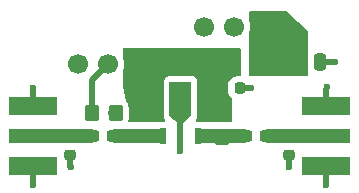
<source format=gtl>
G04 #@! TF.GenerationSoftware,KiCad,Pcbnew,9.0.2*
G04 #@! TF.CreationDate,2025-07-13T18:06:46-04:00*
G04 #@! TF.ProjectId,new-pa-test-board,6e65772d-7061-42d7-9465-73742d626f61,rev?*
G04 #@! TF.SameCoordinates,Original*
G04 #@! TF.FileFunction,Copper,L1,Top*
G04 #@! TF.FilePolarity,Positive*
%FSLAX46Y46*%
G04 Gerber Fmt 4.6, Leading zero omitted, Abs format (unit mm)*
G04 Created by KiCad (PCBNEW 9.0.2) date 2025-07-13 18:06:46*
%MOMM*%
%LPD*%
G01*
G04 APERTURE LIST*
G04 Aperture macros list*
%AMRoundRect*
0 Rectangle with rounded corners*
0 $1 Rounding radius*
0 $2 $3 $4 $5 $6 $7 $8 $9 X,Y pos of 4 corners*
0 Add a 4 corners polygon primitive as box body*
4,1,4,$2,$3,$4,$5,$6,$7,$8,$9,$2,$3,0*
0 Add four circle primitives for the rounded corners*
1,1,$1+$1,$2,$3*
1,1,$1+$1,$4,$5*
1,1,$1+$1,$6,$7*
1,1,$1+$1,$8,$9*
0 Add four rect primitives between the rounded corners*
20,1,$1+$1,$2,$3,$4,$5,0*
20,1,$1+$1,$4,$5,$6,$7,0*
20,1,$1+$1,$6,$7,$8,$9,0*
20,1,$1+$1,$8,$9,$2,$3,0*%
%AMFreePoly0*
4,1,9,1.027100,-1.741300,0.379400,-2.363600,0.379400,-2.795400,-0.179400,-2.795400,-0.179400,-2.338200,-0.827100,-1.741300,-0.827100,1.116200,1.027100,1.116200,1.027100,-1.741300,1.027100,-1.741300,$1*%
G04 Aperture macros list end*
G04 #@! TA.AperFunction,SMDPad,CuDef*
%ADD10RoundRect,0.218750X0.381250X-0.218750X0.381250X0.218750X-0.381250X0.218750X-0.381250X-0.218750X0*%
G04 #@! TD*
G04 #@! TA.AperFunction,SMDPad,CuDef*
%ADD11RoundRect,0.250000X-0.250000X-0.475000X0.250000X-0.475000X0.250000X0.475000X-0.250000X0.475000X0*%
G04 #@! TD*
G04 #@! TA.AperFunction,SMDPad,CuDef*
%ADD12RoundRect,0.218750X-0.256250X0.218750X-0.256250X-0.218750X0.256250X-0.218750X0.256250X0.218750X0*%
G04 #@! TD*
G04 #@! TA.AperFunction,SMDPad,CuDef*
%ADD13R,4.064000X1.270000*%
G04 #@! TD*
G04 #@! TA.AperFunction,SMDPad,CuDef*
%ADD14R,4.064000X1.524000*%
G04 #@! TD*
G04 #@! TA.AperFunction,SMDPad,CuDef*
%ADD15RoundRect,0.225000X-0.225000X-0.250000X0.225000X-0.250000X0.225000X0.250000X-0.225000X0.250000X0*%
G04 #@! TD*
G04 #@! TA.AperFunction,SMDPad,CuDef*
%ADD16RoundRect,0.250000X-0.450000X0.350000X-0.450000X-0.350000X0.450000X-0.350000X0.450000X0.350000X0*%
G04 #@! TD*
G04 #@! TA.AperFunction,SMDPad,CuDef*
%ADD17RoundRect,0.250000X-0.350000X-0.450000X0.350000X-0.450000X0.350000X0.450000X-0.350000X0.450000X0*%
G04 #@! TD*
G04 #@! TA.AperFunction,SMDPad,CuDef*
%ADD18RoundRect,0.250000X-0.475000X-0.700000X0.475000X-0.700000X0.475000X0.700000X-0.475000X0.700000X0*%
G04 #@! TD*
G04 #@! TA.AperFunction,SMDPad,CuDef*
%ADD19R,0.482600X1.397000*%
G04 #@! TD*
G04 #@! TA.AperFunction,SMDPad,CuDef*
%ADD20FreePoly0,0.000000*%
G04 #@! TD*
G04 #@! TA.AperFunction,SMDPad,CuDef*
%ADD21R,0.558800X1.397000*%
G04 #@! TD*
G04 #@! TA.AperFunction,ComponentPad*
%ADD22R,1.700000X1.700000*%
G04 #@! TD*
G04 #@! TA.AperFunction,ComponentPad*
%ADD23C,1.700000*%
G04 #@! TD*
G04 #@! TA.AperFunction,ViaPad*
%ADD24C,0.600000*%
G04 #@! TD*
G04 #@! TA.AperFunction,Conductor*
%ADD25C,0.508000*%
G04 #@! TD*
G04 #@! TA.AperFunction,Conductor*
%ADD26C,0.200000*%
G04 #@! TD*
G04 #@! TA.AperFunction,Conductor*
%ADD27C,1.201900*%
G04 #@! TD*
G04 APERTURE END LIST*
D10*
X160200000Y-89962500D03*
X160200000Y-87837500D03*
D11*
X166587500Y-83400000D03*
X168487500Y-83400000D03*
D12*
X165900000Y-89725000D03*
X165900000Y-91300000D03*
X147375000Y-89712500D03*
X147375000Y-91287500D03*
D13*
X169045450Y-89700000D03*
D14*
X169045450Y-92240000D03*
X169045450Y-87160000D03*
D13*
X144175000Y-89700000D03*
D14*
X144175000Y-87160000D03*
X144175000Y-92240000D03*
D15*
X160150000Y-85600000D03*
X161700000Y-85600000D03*
X162325000Y-89700000D03*
X163875000Y-89700000D03*
X149362500Y-89700000D03*
X150912500Y-89700000D03*
D16*
X153100000Y-87700000D03*
X153100000Y-89700000D03*
D17*
X149200000Y-87700000D03*
X151200000Y-87700000D03*
D18*
X160200000Y-83400000D03*
X164600000Y-83400000D03*
D19*
X158200000Y-89700000D03*
X155200000Y-89700000D03*
D20*
X156600000Y-86206100D03*
D21*
X156700000Y-89700000D03*
D22*
X163800000Y-80400000D03*
D23*
X161260000Y-80400000D03*
X158720000Y-80400000D03*
D22*
X153100000Y-83600000D03*
D23*
X150560000Y-83600000D03*
X148020000Y-83600000D03*
D24*
X157200000Y-87100000D03*
X157200000Y-86300000D03*
X156200000Y-86300000D03*
X156700000Y-88000000D03*
X156200000Y-87100000D03*
X157200000Y-85500000D03*
X162700000Y-85600000D03*
X147400000Y-92300000D03*
X165900000Y-92300000D03*
X144175000Y-85600000D03*
X156700000Y-90900000D03*
X156200000Y-85500000D03*
X144175000Y-93800000D03*
X169100000Y-85500000D03*
X169000000Y-93800000D03*
X169800000Y-83400000D03*
D25*
X161700000Y-85600000D02*
X162700000Y-85600000D01*
X147375000Y-92275000D02*
X147400000Y-92300000D01*
X147375000Y-91287500D02*
X147375000Y-92275000D01*
X165900000Y-91300000D02*
X165900000Y-92300000D01*
X160200000Y-83400000D02*
X160200000Y-88112500D01*
X168575000Y-83400000D02*
X169800000Y-83400000D01*
D26*
X156700000Y-86945700D02*
X156700000Y-86700000D01*
D25*
X169045450Y-92240000D02*
X169045450Y-93754550D01*
X156700000Y-89600000D02*
X156700000Y-90900000D01*
X169045450Y-87160000D02*
X169045450Y-85645450D01*
X169045450Y-93754550D02*
X169000000Y-93800000D01*
X169045450Y-85645450D02*
X169100000Y-85590900D01*
X144175000Y-92240000D02*
X144175000Y-93800000D01*
X169100000Y-85590900D02*
X169100000Y-85500000D01*
X144175000Y-87160000D02*
X144175000Y-85600000D01*
X149200000Y-87700000D02*
X149200000Y-84960000D01*
X149200000Y-84960000D02*
X150560000Y-83600000D01*
D27*
X144175000Y-89700000D02*
X149100000Y-89700000D01*
X164137500Y-89700000D02*
X169045450Y-89700000D01*
X160200000Y-89700000D02*
X158600000Y-89700000D01*
X160200000Y-89700000D02*
X162062500Y-89700000D01*
D25*
X160000000Y-83600000D02*
X160200000Y-83400000D01*
X153100000Y-87700000D02*
X153100000Y-83600000D01*
X153100000Y-83600000D02*
X160000000Y-83600000D01*
D27*
X153100000Y-89700000D02*
X154800000Y-89700000D01*
X151175000Y-89700000D02*
X153100000Y-89700000D01*
X151175000Y-87725000D02*
X151200000Y-87700000D01*
G04 #@! TA.AperFunction,Conductor*
G36*
X165740531Y-79120184D02*
G01*
X165759204Y-79134891D01*
X167462233Y-80763875D01*
X167497072Y-80824439D01*
X167500515Y-80852259D01*
X167518623Y-82687207D01*
X167512335Y-82727434D01*
X167497501Y-82772199D01*
X167487000Y-82874983D01*
X167487000Y-83925001D01*
X167487001Y-83925019D01*
X167497500Y-84027796D01*
X167497501Y-84027799D01*
X167526810Y-84116247D01*
X167533098Y-84154027D01*
X167536264Y-84474776D01*
X167517242Y-84542007D01*
X167464892Y-84588280D01*
X167412270Y-84600000D01*
X162624000Y-84600000D01*
X162556961Y-84580315D01*
X162511206Y-84527511D01*
X162500000Y-84476000D01*
X162500000Y-80970863D01*
X162511356Y-80923605D01*
X162509691Y-80922916D01*
X162511552Y-80918420D01*
X162511557Y-80918412D01*
X162577246Y-80716243D01*
X162610500Y-80506287D01*
X162610500Y-80293713D01*
X162577246Y-80083757D01*
X162511557Y-79881588D01*
X162511555Y-79881585D01*
X162511554Y-79881580D01*
X162509690Y-79877079D01*
X162511336Y-79876396D01*
X162500000Y-79829135D01*
X162500000Y-79224499D01*
X162519685Y-79157460D01*
X162572489Y-79111705D01*
X162623999Y-79100499D01*
X165673493Y-79100499D01*
X165740531Y-79120184D01*
G37*
G04 #@! TD.AperFunction*
G04 #@! TA.AperFunction,Conductor*
G36*
X161743039Y-82219685D02*
G01*
X161788794Y-82272489D01*
X161800000Y-82324000D01*
X161800000Y-84500500D01*
X161780315Y-84567539D01*
X161727511Y-84613294D01*
X161676000Y-84624500D01*
X161426663Y-84624500D01*
X161426644Y-84624501D01*
X161327292Y-84634650D01*
X161327289Y-84634651D01*
X161166305Y-84687996D01*
X161166294Y-84688001D01*
X161021959Y-84777029D01*
X161021955Y-84777032D01*
X160902032Y-84896955D01*
X160902029Y-84896959D01*
X160813001Y-85041294D01*
X160812996Y-85041305D01*
X160759651Y-85202290D01*
X160749500Y-85301647D01*
X160749500Y-85898337D01*
X160749501Y-85898355D01*
X160759650Y-85997707D01*
X160759651Y-85997710D01*
X160812996Y-86158694D01*
X160813001Y-86158705D01*
X160902029Y-86303040D01*
X160902032Y-86303044D01*
X161021957Y-86422969D01*
X161029788Y-86427799D01*
X161041095Y-86434773D01*
X161087820Y-86486719D01*
X161100000Y-86540312D01*
X161100000Y-88376000D01*
X161080315Y-88443039D01*
X161027511Y-88488794D01*
X160976000Y-88500000D01*
X158085171Y-88500000D01*
X158018132Y-88480315D01*
X157972377Y-88427511D01*
X157962433Y-88358353D01*
X157989402Y-88297233D01*
X158052354Y-88220694D01*
X158058355Y-88207554D01*
X158112122Y-88089822D01*
X158112124Y-88089814D01*
X158132600Y-87947400D01*
X158132600Y-85089900D01*
X158127455Y-85017960D01*
X158086919Y-84879908D01*
X158046233Y-84816600D01*
X158009132Y-84758869D01*
X158009128Y-84758865D01*
X157900399Y-84664650D01*
X157900397Y-84664648D01*
X157900394Y-84664646D01*
X157900390Y-84664644D01*
X157769519Y-84604876D01*
X157769514Y-84604875D01*
X157627100Y-84584400D01*
X155772900Y-84584400D01*
X155772897Y-84584400D01*
X155700959Y-84589544D01*
X155562905Y-84630082D01*
X155441869Y-84707867D01*
X155441865Y-84707871D01*
X155347650Y-84816600D01*
X155347644Y-84816609D01*
X155287876Y-84947480D01*
X155287875Y-84947485D01*
X155267400Y-85089897D01*
X155267400Y-85089900D01*
X155267400Y-87947400D01*
X155271007Y-87975535D01*
X155283744Y-88074906D01*
X155290012Y-88089822D01*
X155339482Y-88207553D01*
X155350181Y-88220692D01*
X155412890Y-88297702D01*
X155439957Y-88362116D01*
X155427903Y-88430938D01*
X155380554Y-88482318D01*
X155316737Y-88500000D01*
X152396372Y-88500000D01*
X152329333Y-88480315D01*
X152283578Y-88427511D01*
X152273634Y-88358353D01*
X152278664Y-88337001D01*
X152289999Y-88302797D01*
X152300500Y-88200009D01*
X152300499Y-87792686D01*
X152301450Y-87786686D01*
X152301450Y-87613315D01*
X152300499Y-87607313D01*
X152300499Y-87199992D01*
X152289999Y-87097203D01*
X152234814Y-86930666D01*
X152142712Y-86781344D01*
X152109157Y-86747789D01*
X152075672Y-86686466D01*
X152075631Y-86686278D01*
X151802752Y-85412842D01*
X151800000Y-85386860D01*
X151800000Y-84170863D01*
X151811356Y-84123605D01*
X151809691Y-84122916D01*
X151811552Y-84118420D01*
X151811557Y-84118412D01*
X151877246Y-83916243D01*
X151910500Y-83706287D01*
X151910500Y-83493713D01*
X151877246Y-83283757D01*
X151811557Y-83081588D01*
X151811555Y-83081585D01*
X151811554Y-83081580D01*
X151809690Y-83077079D01*
X151811336Y-83076396D01*
X151800000Y-83029135D01*
X151800000Y-82324000D01*
X151819685Y-82256961D01*
X151872489Y-82211206D01*
X151924000Y-82200000D01*
X161676000Y-82200000D01*
X161743039Y-82219685D01*
G37*
G04 #@! TD.AperFunction*
M02*

</source>
